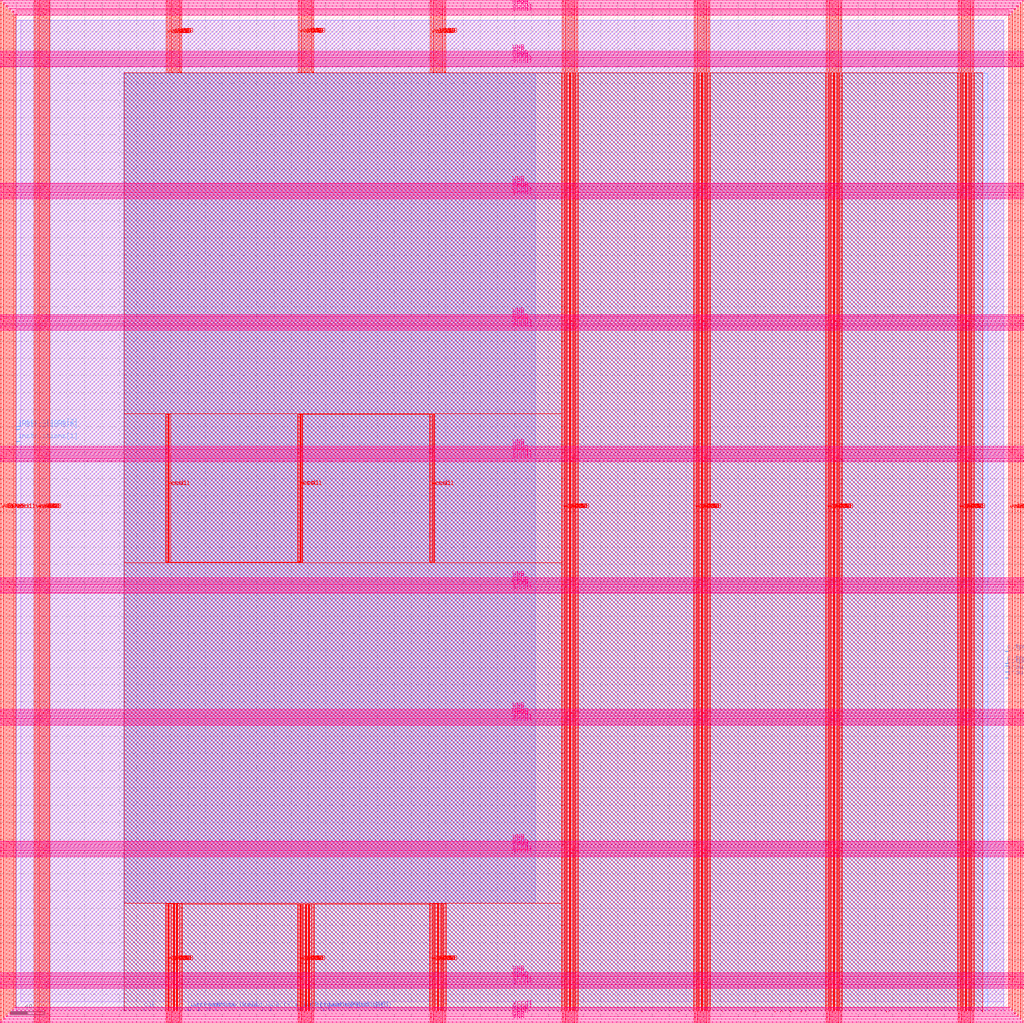
<source format=lef>
VERSION 5.7 ;
  NOWIREEXTENSIONATPIN ON ;
  DIVIDERCHAR "/" ;
  BUSBITCHARS "[]" ;
MACRO wrapper
  CLASS BLOCK ;
  FOREIGN wrapper ;
  ORIGIN 0.000 0.000 ;
  SIZE 1155.025 BY 1165.745 ;
  PIN VGND
    DIRECTION INOUT ;
    USE GROUND ;
    PORT
      LAYER met4 ;
        RECT -11.980 -6.620 -10.380 1170.780 ;
    END
    PORT
      LAYER met5 ;
        RECT -11.980 -6.620 1166.580 -5.020 ;
    END
    PORT
      LAYER met5 ;
        RECT -11.980 1169.180 1166.580 1170.780 ;
    END
    PORT
      LAYER met4 ;
        RECT 1164.980 -6.620 1166.580 1170.780 ;
    END
    PORT
      LAYER met4 ;
        RECT 30.940 -13.220 32.540 1177.380 ;
    END
    PORT
      LAYER met4 ;
        RECT 184.540 -13.220 186.140 125.020 ;
    END
    PORT
      LAYER met4 ;
        RECT 184.540 1092.480 186.140 1177.380 ;
    END
    PORT
      LAYER met4 ;
        RECT 338.140 -13.220 339.740 124.400 ;
    END
    PORT
      LAYER met4 ;
        RECT 338.140 1093.100 339.740 1177.380 ;
    END
    PORT
      LAYER met4 ;
        RECT 491.740 -13.220 493.340 125.020 ;
    END
    PORT
      LAYER met4 ;
        RECT 491.740 1093.100 493.340 1177.380 ;
    END
    PORT
      LAYER met4 ;
        RECT 645.340 -13.220 646.940 1177.380 ;
    END
    PORT
      LAYER met4 ;
        RECT 798.940 -13.220 800.540 1177.380 ;
    END
    PORT
      LAYER met4 ;
        RECT 952.540 -13.220 954.140 1177.380 ;
    END
    PORT
      LAYER met4 ;
        RECT 1106.140 -13.220 1107.740 1177.380 ;
    END
    PORT
      LAYER met5 ;
        RECT -18.580 36.630 1173.180 38.230 ;
    END
    PORT
      LAYER met5 ;
        RECT -18.580 189.810 1173.180 191.410 ;
    END
    PORT
      LAYER met5 ;
        RECT -18.580 342.990 1173.180 344.590 ;
    END
    PORT
      LAYER met5 ;
        RECT -18.580 496.170 1173.180 497.770 ;
    END
    PORT
      LAYER met5 ;
        RECT -18.580 649.350 1173.180 650.950 ;
    END
    PORT
      LAYER met5 ;
        RECT -18.580 802.530 1173.180 804.130 ;
    END
    PORT
      LAYER met5 ;
        RECT -18.580 955.710 1173.180 957.310 ;
    END
    PORT
      LAYER met5 ;
        RECT -18.580 1108.890 1173.180 1110.490 ;
    END
  END VGND
  PIN VNB
    DIRECTION INOUT ;
    USE GROUND ;
    PORT
      LAYER met4 ;
        RECT -18.580 -13.220 -16.980 1177.380 ;
    END
    PORT
      LAYER met5 ;
        RECT -18.580 -13.220 1173.180 -11.620 ;
    END
    PORT
      LAYER met5 ;
        RECT -18.580 1175.780 1173.180 1177.380 ;
    END
    PORT
      LAYER met4 ;
        RECT 1171.580 -13.220 1173.180 1177.380 ;
    END
    PORT
      LAYER met4 ;
        RECT 37.540 -13.220 39.140 1177.380 ;
    END
    PORT
      LAYER met4 ;
        RECT 191.140 -13.220 192.740 125.020 ;
    END
    PORT
      LAYER met4 ;
        RECT 191.140 1093.100 192.740 1177.380 ;
    END
    PORT
      LAYER met4 ;
        RECT 344.740 -13.220 346.340 124.400 ;
    END
    PORT
      LAYER met4 ;
        RECT 344.740 1093.100 346.340 1177.380 ;
    END
    PORT
      LAYER met4 ;
        RECT 498.340 -13.220 499.940 125.020 ;
    END
    PORT
      LAYER met4 ;
        RECT 498.340 1093.100 499.940 1177.380 ;
    END
    PORT
      LAYER met4 ;
        RECT 651.940 -13.220 653.540 1177.380 ;
    END
    PORT
      LAYER met4 ;
        RECT 805.540 -13.220 807.140 1177.380 ;
    END
    PORT
      LAYER met4 ;
        RECT 959.140 -13.220 960.740 1177.380 ;
    END
    PORT
      LAYER met4 ;
        RECT 1112.740 -13.220 1114.340 1177.380 ;
    END
    PORT
      LAYER met5 ;
        RECT -18.580 43.230 1173.180 44.830 ;
    END
    PORT
      LAYER met5 ;
        RECT -18.580 196.410 1173.180 198.010 ;
    END
    PORT
      LAYER met5 ;
        RECT -18.580 349.590 1173.180 351.190 ;
    END
    PORT
      LAYER met5 ;
        RECT -18.580 502.770 1173.180 504.370 ;
    END
    PORT
      LAYER met5 ;
        RECT -18.580 655.950 1173.180 657.550 ;
    END
    PORT
      LAYER met5 ;
        RECT -18.580 809.130 1173.180 810.730 ;
    END
    PORT
      LAYER met5 ;
        RECT -18.580 962.310 1173.180 963.910 ;
    END
    PORT
      LAYER met5 ;
        RECT -18.580 1115.490 1173.180 1117.090 ;
    END
  END VNB
  PIN VPB
    DIRECTION INOUT ;
    USE POWER ;
    PORT
      LAYER met4 ;
        RECT -15.280 -9.920 -13.680 1174.080 ;
    END
    PORT
      LAYER met5 ;
        RECT -15.280 -9.920 1169.880 -8.320 ;
    END
    PORT
      LAYER met5 ;
        RECT -15.280 1172.480 1169.880 1174.080 ;
    END
    PORT
      LAYER met4 ;
        RECT 1168.280 -9.920 1169.880 1174.080 ;
    END
    PORT
      LAYER met4 ;
        RECT 34.240 -13.220 35.840 1177.380 ;
    END
    PORT
      LAYER met4 ;
        RECT 187.840 -13.220 189.440 125.020 ;
    END
    PORT
      LAYER met4 ;
        RECT 187.840 1093.100 189.440 1177.380 ;
    END
    PORT
      LAYER met4 ;
        RECT 341.440 -13.220 343.040 124.400 ;
    END
    PORT
      LAYER met4 ;
        RECT 341.440 1092.480 343.040 1177.380 ;
    END
    PORT
      LAYER met4 ;
        RECT 495.040 -13.220 496.640 125.020 ;
    END
    PORT
      LAYER met4 ;
        RECT 495.040 1092.480 496.640 1177.380 ;
    END
    PORT
      LAYER met4 ;
        RECT 648.640 -13.220 650.240 1177.380 ;
    END
    PORT
      LAYER met4 ;
        RECT 802.240 -13.220 803.840 1177.380 ;
    END
    PORT
      LAYER met4 ;
        RECT 955.840 -13.220 957.440 1177.380 ;
    END
    PORT
      LAYER met4 ;
        RECT 1109.440 -13.220 1111.040 1177.380 ;
    END
    PORT
      LAYER met5 ;
        RECT -18.580 39.930 1173.180 41.530 ;
    END
    PORT
      LAYER met5 ;
        RECT -18.580 193.110 1173.180 194.710 ;
    END
    PORT
      LAYER met5 ;
        RECT -18.580 346.290 1173.180 347.890 ;
    END
    PORT
      LAYER met5 ;
        RECT -18.580 499.470 1173.180 501.070 ;
    END
    PORT
      LAYER met5 ;
        RECT -18.580 652.650 1173.180 654.250 ;
    END
    PORT
      LAYER met5 ;
        RECT -18.580 805.830 1173.180 807.430 ;
    END
    PORT
      LAYER met5 ;
        RECT -18.580 959.010 1173.180 960.610 ;
    END
    PORT
      LAYER met5 ;
        RECT -18.580 1112.190 1173.180 1113.790 ;
    END
  END VPB
  PIN VPWR
    DIRECTION INOUT ;
    USE POWER ;
    PORT
      LAYER met4 ;
        RECT -8.680 -3.320 -7.080 1167.480 ;
    END
    PORT
      LAYER met5 ;
        RECT -8.680 -3.320 1163.280 -1.720 ;
    END
    PORT
      LAYER met5 ;
        RECT -8.680 1165.880 1163.280 1167.480 ;
    END
    PORT
      LAYER met4 ;
        RECT 1161.680 -3.320 1163.280 1167.480 ;
    END
    PORT
      LAYER met4 ;
        RECT 27.640 -13.220 29.240 1177.380 ;
    END
    PORT
      LAYER met4 ;
        RECT 181.240 -13.220 182.840 125.020 ;
    END
    PORT
      LAYER met4 ;
        RECT 181.240 1092.480 182.840 1177.380 ;
    END
    PORT
      LAYER met4 ;
        RECT 334.840 -13.220 336.440 124.400 ;
    END
    PORT
      LAYER met4 ;
        RECT 334.840 1093.100 336.440 1177.380 ;
    END
    PORT
      LAYER met4 ;
        RECT 488.440 -13.220 490.040 125.020 ;
    END
    PORT
      LAYER met4 ;
        RECT 488.440 1092.480 490.040 1177.380 ;
    END
    PORT
      LAYER met4 ;
        RECT 642.040 -13.220 643.640 1177.380 ;
    END
    PORT
      LAYER met4 ;
        RECT 795.640 -13.220 797.240 1177.380 ;
    END
    PORT
      LAYER met4 ;
        RECT 949.240 -13.220 950.840 1177.380 ;
    END
    PORT
      LAYER met4 ;
        RECT 1102.840 -13.220 1104.440 1177.380 ;
    END
    PORT
      LAYER met5 ;
        RECT -18.580 33.330 1173.180 34.930 ;
    END
    PORT
      LAYER met5 ;
        RECT -18.580 186.510 1173.180 188.110 ;
    END
    PORT
      LAYER met5 ;
        RECT -18.580 339.690 1173.180 341.290 ;
    END
    PORT
      LAYER met5 ;
        RECT -18.580 492.870 1173.180 494.470 ;
    END
    PORT
      LAYER met5 ;
        RECT -18.580 646.050 1173.180 647.650 ;
    END
    PORT
      LAYER met5 ;
        RECT -18.580 799.230 1173.180 800.830 ;
    END
    PORT
      LAYER met5 ;
        RECT -18.580 952.410 1173.180 954.010 ;
    END
    PORT
      LAYER met5 ;
        RECT -18.580 1105.590 1173.180 1107.190 ;
    END
  END VPWR
  PIN clk
    DIRECTION INPUT ;
    USE SIGNAL ;
    PORT
      LAYER met2 ;
        RECT 148.210 0.000 148.490 4.000 ;
    END
  END clk
  PIN input_gpio_pins[0]
    DIRECTION INPUT ;
    USE SIGNAL ;
    PORT
      LAYER met3 ;
        RECT 1151.025 387.640 1155.025 388.240 ;
    END
  END input_gpio_pins[0]
  PIN input_gpio_pins[1]
    DIRECTION INPUT ;
    USE SIGNAL ;
    PORT
      LAYER met3 ;
        RECT 1151.025 394.440 1155.025 395.040 ;
    END
  END input_gpio_pins[1]
  PIN instructions[0]
    DIRECTION OUTPUT TRISTATE ;
    USE SIGNAL ;
    PORT
      LAYER met3 ;
        RECT 0.000 676.640 4.000 677.240 ;
    END
  END instructions[0]
  PIN instructions[1]
    DIRECTION OUTPUT TRISTATE ;
    USE SIGNAL ;
    PORT
      LAYER met3 ;
        RECT 0.000 663.040 4.000 663.640 ;
    END
  END instructions[1]
  PIN instructions[2]
    DIRECTION OUTPUT TRISTATE ;
    USE SIGNAL ;
    PORT
      LAYER met3 ;
        RECT 0.000 680.040 4.000 680.640 ;
    END
  END instructions[2]
  PIN output_gpio_pins[0]
    DIRECTION OUTPUT TRISTATE ;
    USE SIGNAL ;
    PORT
      LAYER met3 ;
        RECT 1151.025 404.640 1155.025 405.240 ;
    END
  END output_gpio_pins[0]
  PIN output_gpio_pins[1]
    DIRECTION OUTPUT TRISTATE ;
    USE SIGNAL ;
    PORT
      LAYER met3 ;
        RECT 1151.025 401.240 1155.025 401.840 ;
    END
  END output_gpio_pins[1]
  PIN output_gpio_pins[2]
    DIRECTION OUTPUT TRISTATE ;
    USE SIGNAL ;
    PORT
      LAYER met3 ;
        RECT 1151.025 418.240 1155.025 418.840 ;
    END
  END output_gpio_pins[2]
  PIN resetn
    DIRECTION INPUT ;
    USE SIGNAL ;
    PORT
      LAYER met2 ;
        RECT 212.610 0.000 212.890 4.000 ;
    END
  END resetn
  PIN uart_rx_break
    DIRECTION OUTPUT TRISTATE ;
    USE SIGNAL ;
    PORT
      LAYER met2 ;
        RECT 222.270 0.000 222.550 4.000 ;
    END
  END uart_rx_break
  PIN uart_rx_data[0]
    DIRECTION OUTPUT TRISTATE ;
    USE SIGNAL ;
    PORT
      LAYER met2 ;
        RECT 331.750 0.000 332.030 4.000 ;
    END
  END uart_rx_data[0]
  PIN uart_rx_data[1]
    DIRECTION OUTPUT TRISTATE ;
    USE SIGNAL ;
    PORT
      LAYER met2 ;
        RECT 296.330 0.000 296.610 4.000 ;
    END
  END uart_rx_data[1]
  PIN uart_rx_data[2]
    DIRECTION OUTPUT TRISTATE ;
    USE SIGNAL ;
    PORT
      LAYER met2 ;
        RECT 328.530 0.000 328.810 4.000 ;
    END
  END uart_rx_data[2]
  PIN uart_rx_data[3]
    DIRECTION OUTPUT TRISTATE ;
    USE SIGNAL ;
    PORT
      LAYER met2 ;
        RECT 286.670 0.000 286.950 4.000 ;
    END
  END uart_rx_data[3]
  PIN uart_rx_data[4]
    DIRECTION OUTPUT TRISTATE ;
    USE SIGNAL ;
    PORT
      LAYER met2 ;
        RECT 360.730 0.000 361.010 4.000 ;
    END
  END uart_rx_data[4]
  PIN uart_rx_data[5]
    DIRECTION OUTPUT TRISTATE ;
    USE SIGNAL ;
    PORT
      LAYER met2 ;
        RECT 367.170 0.000 367.450 4.000 ;
    END
  END uart_rx_data[5]
  PIN uart_rx_data[6]
    DIRECTION OUTPUT TRISTATE ;
    USE SIGNAL ;
    PORT
      LAYER met2 ;
        RECT 363.950 0.000 364.230 4.000 ;
    END
  END uart_rx_data[6]
  PIN uart_rx_data[7]
    DIRECTION OUTPUT TRISTATE ;
    USE SIGNAL ;
    PORT
      LAYER met2 ;
        RECT 357.510 0.000 357.790 4.000 ;
    END
  END uart_rx_data[7]
  PIN uart_rx_en
    DIRECTION INPUT ;
    USE SIGNAL ;
    PORT
      LAYER met2 ;
        RECT 202.950 0.000 203.230 4.000 ;
    END
  END uart_rx_en
  PIN uart_rx_valid
    DIRECTION OUTPUT TRISTATE ;
    USE SIGNAL ;
    PORT
      LAYER met2 ;
        RECT 225.490 0.000 225.770 4.000 ;
    END
  END uart_rx_valid
  PIN uart_rxd
    DIRECTION INPUT ;
    USE SIGNAL ;
    PORT
      LAYER met2 ;
        RECT 199.730 0.000 200.010 4.000 ;
    END
  END uart_rxd
  PIN vccd1
    DIRECTION INOUT ;
    USE POWER ;
    PORT
      LAYER met4 ;
        RECT -2.080 3.280 -0.480 1160.880 ;
    END
    PORT
      LAYER met5 ;
        RECT -2.080 3.280 1156.680 4.880 ;
    END
    PORT
      LAYER met5 ;
        RECT -2.080 1159.280 1156.680 1160.880 ;
    END
    PORT
      LAYER met4 ;
        RECT 1155.080 3.280 1156.680 1160.880 ;
    END
    PORT
      LAYER met4 ;
        RECT 21.040 -13.220 22.640 1177.380 ;
    END
    PORT
      LAYER met4 ;
        RECT 174.640 -13.220 176.240 125.020 ;
    END
    PORT
      LAYER met4 ;
        RECT 174.640 522.480 176.240 695.020 ;
    END
    PORT
      LAYER met4 ;
        RECT 174.640 1092.480 176.240 1177.380 ;
    END
    PORT
      LAYER met4 ;
        RECT 328.240 -13.220 329.840 124.400 ;
    END
    PORT
      LAYER met4 ;
        RECT 328.240 523.100 329.840 695.020 ;
    END
    PORT
      LAYER met4 ;
        RECT 328.240 1093.100 329.840 1177.380 ;
    END
    PORT
      LAYER met4 ;
        RECT 481.840 -13.220 483.440 125.020 ;
    END
    PORT
      LAYER met4 ;
        RECT 481.840 522.480 483.440 695.020 ;
    END
    PORT
      LAYER met4 ;
        RECT 481.840 1092.480 483.440 1177.380 ;
    END
    PORT
      LAYER met4 ;
        RECT 635.440 -13.220 637.040 1177.380 ;
    END
    PORT
      LAYER met4 ;
        RECT 789.040 -13.220 790.640 1177.380 ;
    END
    PORT
      LAYER met4 ;
        RECT 942.640 -13.220 944.240 1177.380 ;
    END
    PORT
      LAYER met4 ;
        RECT 1096.240 -13.220 1097.840 1177.380 ;
    END
    PORT
      LAYER met5 ;
        RECT -18.580 26.730 1173.180 28.330 ;
    END
    PORT
      LAYER met5 ;
        RECT -18.580 179.910 1173.180 181.510 ;
    END
    PORT
      LAYER met5 ;
        RECT -18.580 333.090 1173.180 334.690 ;
    END
    PORT
      LAYER met5 ;
        RECT -18.580 486.270 1173.180 487.870 ;
    END
    PORT
      LAYER met5 ;
        RECT -18.580 639.450 1173.180 641.050 ;
    END
    PORT
      LAYER met5 ;
        RECT -18.580 792.630 1173.180 794.230 ;
    END
    PORT
      LAYER met5 ;
        RECT -18.580 945.810 1173.180 947.410 ;
    END
    PORT
      LAYER met5 ;
        RECT -18.580 1098.990 1173.180 1100.590 ;
    END
  END vccd1
  PIN vssd1
    DIRECTION INOUT ;
    USE GROUND ;
    PORT
      LAYER met4 ;
        RECT -5.380 -0.020 -3.780 1164.180 ;
    END
    PORT
      LAYER met5 ;
        RECT -5.380 -0.020 1159.980 1.580 ;
    END
    PORT
      LAYER met5 ;
        RECT -5.380 1162.580 1159.980 1164.180 ;
    END
    PORT
      LAYER met4 ;
        RECT 1158.380 -0.020 1159.980 1164.180 ;
    END
    PORT
      LAYER met4 ;
        RECT 24.340 -13.220 25.940 1177.380 ;
    END
    PORT
      LAYER met4 ;
        RECT 177.940 -13.220 179.540 125.020 ;
    END
    PORT
      LAYER met4 ;
        RECT 177.940 522.480 179.540 695.020 ;
    END
    PORT
      LAYER met4 ;
        RECT 177.940 1092.480 179.540 1177.380 ;
    END
    PORT
      LAYER met4 ;
        RECT 331.540 -13.220 333.140 124.400 ;
    END
    PORT
      LAYER met4 ;
        RECT 331.540 522.480 333.140 694.400 ;
    END
    PORT
      LAYER met4 ;
        RECT 331.540 1093.100 333.140 1177.380 ;
    END
    PORT
      LAYER met4 ;
        RECT 485.140 -13.220 486.740 125.020 ;
    END
    PORT
      LAYER met4 ;
        RECT 485.140 522.480 486.740 695.020 ;
    END
    PORT
      LAYER met4 ;
        RECT 485.140 1093.100 486.740 1177.380 ;
    END
    PORT
      LAYER met4 ;
        RECT 638.740 -13.220 640.340 1177.380 ;
    END
    PORT
      LAYER met4 ;
        RECT 792.340 -13.220 793.940 1177.380 ;
    END
    PORT
      LAYER met4 ;
        RECT 945.940 -13.220 947.540 1177.380 ;
    END
    PORT
      LAYER met4 ;
        RECT 1099.540 -13.220 1101.140 1177.380 ;
    END
    PORT
      LAYER met5 ;
        RECT -18.580 30.030 1173.180 31.630 ;
    END
    PORT
      LAYER met5 ;
        RECT -18.580 183.210 1173.180 184.810 ;
    END
    PORT
      LAYER met5 ;
        RECT -18.580 336.390 1173.180 337.990 ;
    END
    PORT
      LAYER met5 ;
        RECT -18.580 489.570 1173.180 491.170 ;
    END
    PORT
      LAYER met5 ;
        RECT -18.580 642.750 1173.180 644.350 ;
    END
    PORT
      LAYER met5 ;
        RECT -18.580 795.930 1173.180 797.530 ;
    END
    PORT
      LAYER met5 ;
        RECT -18.580 949.110 1173.180 950.710 ;
    END
    PORT
      LAYER met5 ;
        RECT -18.580 1102.290 1173.180 1103.890 ;
    END
  END vssd1
  PIN write_done
    DIRECTION OUTPUT TRISTATE ;
    USE SIGNAL ;
    PORT
      LAYER met2 ;
        RECT 231.930 0.000 232.210 4.000 ;
    END
  END write_done
  OBS
      LAYER li1 ;
        RECT 5.520 10.795 1149.080 1153.365 ;
      LAYER met1 ;
        RECT 0.000 0.000 1149.080 1153.520 ;
        RECT 0.000 -0.070 0.345 0.000 ;
        RECT 168.590 -0.070 168.845 0.000 ;
        RECT 179.320 -0.070 179.630 0.000 ;
        RECT 193.430 -0.070 193.675 0.000 ;
        RECT 207.335 -0.070 207.690 0.000 ;
        RECT 217.030 -0.070 217.350 0.000 ;
        RECT 223.790 -0.070 224.045 0.000 ;
        RECT 224.710 -0.070 225.065 0.000 ;
        RECT 227.470 -0.070 227.780 0.000 ;
        RECT 231.150 -0.070 231.455 0.000 ;
        RECT 232.070 -0.070 232.380 0.000 ;
        RECT 232.530 -0.070 232.990 0.000 ;
        RECT 237.590 -0.070 237.845 0.000 ;
        RECT 255.175 -0.070 255.555 0.000 ;
        RECT 267.490 -0.070 267.795 0.000 ;
        RECT 271.780 -0.070 272.090 0.000 ;
        RECT 284.970 -0.070 285.280 0.000 ;
        RECT 288.295 -0.070 288.650 0.000 ;
        RECT 290.490 -0.070 291.410 0.000 ;
        RECT 291.560 -0.070 291.870 0.000 ;
        RECT 303.935 -0.070 304.290 0.000 ;
        RECT 311.340 -0.070 311.650 0.000 ;
        RECT 312.750 -0.070 313.075 0.000 ;
        RECT 331.890 -0.070 332.245 0.000 ;
        RECT 333.730 -0.070 333.985 0.000 ;
        RECT 335.215 -0.070 335.570 0.000 ;
        RECT 336.595 -0.070 337.205 0.000 ;
        RECT 343.080 -0.070 343.390 0.000 ;
        RECT 352.695 -0.070 353.050 0.000 ;
        RECT 354.535 -0.070 354.890 0.000 ;
        RECT 363.170 -0.070 363.495 0.000 ;
        RECT 365.470 -0.070 365.930 0.000 ;
        RECT 372.370 -0.070 372.695 0.000 ;
        RECT 373.750 -0.070 374.100 0.000 ;
        RECT 381.215 -0.070 381.570 0.000 ;
        RECT 385.250 -0.070 385.565 0.000 ;
        RECT 393.175 -0.070 393.530 0.000 ;
        RECT 396.890 -0.070 397.210 0.000 ;
        RECT 405.595 -0.070 406.205 0.000 ;
        RECT 406.410 -0.070 406.735 0.000 ;
        RECT 411.470 -0.070 411.825 0.000 ;
        RECT 416.175 -0.070 416.530 0.000 ;
        RECT 418.370 -0.070 418.690 0.000 ;
        RECT 419.290 -0.070 419.630 0.000 ;
        RECT 428.490 -0.070 428.845 0.000 ;
        RECT 429.410 -0.070 429.665 0.000 ;
        RECT 429.870 -0.070 430.195 0.000 ;
        RECT 434.930 -0.070 435.185 0.000 ;
        RECT 439.655 -0.070 439.990 0.000 ;
        RECT 441.935 -0.070 442.750 0.000 ;
        RECT 443.670 -0.070 443.925 0.000 ;
        RECT 445.660 -0.070 445.970 0.000 ;
        RECT 448.730 -0.070 449.085 0.000 ;
        RECT 449.650 -0.070 450.110 0.000 ;
        RECT 451.030 -0.070 451.355 0.000 ;
        RECT 455.780 -0.070 456.090 0.000 ;
        RECT 457.575 -0.070 457.930 0.000 ;
        RECT 458.390 -0.070 458.735 0.000 ;
        RECT 464.370 -0.070 464.625 0.000 ;
        RECT 470.915 -0.070 471.270 0.000 ;
        RECT 483.230 -0.070 483.550 0.000 ;
        RECT 485.070 -0.070 485.530 0.000 ;
        RECT 489.210 -0.070 489.670 0.000 ;
        RECT 501.170 -0.070 501.425 0.000 ;
        RECT 504.035 -0.070 504.850 0.000 ;
        RECT 507.610 -0.070 507.955 0.000 ;
        RECT 512.820 -0.070 513.130 0.000 ;
        RECT 526.470 -0.070 526.820 0.000 ;
        RECT 528.875 -0.070 529.230 0.000 ;
        RECT 531.530 -0.070 531.990 0.000 ;
        RECT 533.830 -0.070 534.145 0.000 ;
        RECT 534.750 -0.070 535.065 0.000 ;
        RECT 535.670 -0.070 535.985 0.000 ;
        RECT 538.430 -0.070 538.685 0.000 ;
        RECT 538.995 -0.070 539.605 0.000 ;
        RECT 543.030 -0.070 543.385 0.000 ;
        RECT 545.100 -0.070 545.355 0.000 ;
        RECT 545.435 -0.070 546.045 0.000 ;
        RECT 546.250 -0.070 546.605 0.000 ;
        RECT 547.630 -0.070 547.885 0.000 ;
        RECT 548.240 -0.070 548.550 0.000 ;
        RECT 556.520 -0.070 556.830 0.000 ;
        RECT 558.210 -0.070 558.465 0.000 ;
        RECT 568.440 -0.070 568.790 0.000 ;
        RECT 571.090 -0.070 571.445 0.000 ;
        RECT 572.575 -0.070 572.930 0.000 ;
        RECT 580.855 -0.070 581.465 0.000 ;
        RECT 583.050 -0.070 583.395 0.000 ;
        RECT 585.810 -0.070 586.065 0.000 ;
        RECT 586.865 -0.070 587.190 0.000 ;
        RECT 600.070 -0.070 600.420 0.000 ;
        RECT 610.650 -0.070 611.000 0.000 ;
        RECT 615.250 -0.070 615.505 0.000 ;
        RECT 617.550 -0.070 617.805 0.000 ;
        RECT 618.160 -0.070 618.470 0.000 ;
        RECT 620.000 -0.070 620.565 0.000 ;
        RECT 620.920 -0.070 621.230 0.000 ;
        RECT 629.510 -0.070 629.855 0.000 ;
        RECT 631.455 -0.070 631.810 0.000 ;
        RECT 635.135 -0.070 635.745 0.000 ;
        RECT 637.790 -0.070 638.045 0.000 ;
        RECT 641.010 -0.070 641.265 0.000 ;
        RECT 641.575 -0.070 641.955 0.000 ;
        RECT 645.715 -0.070 646.070 0.000 ;
        RECT 646.990 -0.070 647.245 0.000 ;
        RECT 651.245 -0.070 651.590 0.000 ;
        RECT 660.940 -0.070 661.250 0.000 ;
        RECT 664.050 -0.070 664.365 0.000 ;
        RECT 668.610 -0.070 668.925 0.000 ;
        RECT 676.295 -0.070 676.430 0.000 ;
        RECT 676.570 -0.070 676.890 0.000 ;
        RECT 677.350 -0.070 677.605 0.000 ;
        RECT 680.110 -0.070 680.430 0.000 ;
        RECT 681.030 -0.070 681.285 0.000 ;
        RECT 686.550 -0.070 686.865 0.000 ;
        RECT 687.010 -0.070 687.335 0.000 ;
        RECT 689.875 -0.070 690.255 0.000 ;
        RECT 690.335 -0.070 690.690 0.000 ;
        RECT 692.530 -0.070 692.785 0.000 ;
        RECT 693.555 -0.070 694.235 0.000 ;
        RECT 694.370 -0.070 694.680 0.000 ;
        RECT 695.440 -0.070 695.750 0.000 ;
        RECT 695.900 -0.070 696.210 0.000 ;
        RECT 697.280 -0.070 697.590 0.000 ;
        RECT 697.740 -0.070 698.050 0.000 ;
        RECT 699.890 -0.070 700.145 0.000 ;
        RECT 701.270 -0.070 701.525 0.000 ;
        RECT 701.880 -0.070 702.190 0.000 ;
        RECT 705.560 -0.070 705.870 0.000 ;
        RECT 707.860 -0.070 708.170 0.000 ;
        RECT 709.550 -0.070 709.860 0.000 ;
        RECT 711.035 -0.070 711.390 0.000 ;
        RECT 711.850 -0.070 712.160 0.000 ;
        RECT 714.150 -0.070 714.405 0.000 ;
        RECT 714.760 -0.070 715.070 0.000 ;
        RECT 716.140 -0.070 716.450 0.000 ;
        RECT 716.600 -0.070 716.910 0.000 ;
        RECT 717.980 -0.070 718.290 0.000 ;
        RECT 721.650 -0.070 722.225 0.000 ;
        RECT 723.810 -0.070 724.270 0.000 ;
        RECT 724.835 -0.070 725.445 0.000 ;
        RECT 726.570 -0.070 726.825 0.000 ;
        RECT 727.950 -0.070 728.260 0.000 ;
        RECT 728.975 -0.070 729.330 0.000 ;
        RECT 729.435 -0.070 729.790 0.000 ;
        RECT 732.090 -0.070 732.445 0.000 ;
        RECT 733.010 -0.070 733.265 0.000 ;
        RECT 735.770 -0.070 736.095 0.000 ;
        RECT 736.885 -0.070 737.195 0.000 ;
        RECT 738.530 -0.070 738.785 0.000 ;
        RECT 739.450 -0.070 739.705 0.000 ;
        RECT 741.395 -0.070 741.750 0.000 ;
        RECT 742.315 -0.070 742.670 0.000 ;
        RECT 742.775 -0.070 743.130 0.000 ;
        RECT 743.725 -0.070 744.050 0.000 ;
        RECT 746.350 -0.070 746.605 0.000 ;
        RECT 746.810 -0.070 747.120 0.000 ;
        RECT 749.110 -0.070 749.420 0.000 ;
        RECT 750.640 -0.070 750.950 0.000 ;
        RECT 755.550 -0.070 756.010 0.000 ;
        RECT 757.850 -0.070 758.105 0.000 ;
        RECT 758.310 -0.070 758.635 0.000 ;
        RECT 758.875 -0.070 759.230 0.000 ;
        RECT 759.690 -0.070 760.150 0.000 ;
        RECT 766.235 -0.070 766.590 0.000 ;
        RECT 767.155 -0.070 767.510 0.000 ;
        RECT 768.120 -0.070 768.430 0.000 ;
        RECT 768.580 -0.070 768.890 0.000 ;
        RECT 770.420 -0.070 770.730 0.000 ;
        RECT 773.180 -0.070 773.490 0.000 ;
        RECT 773.595 -0.070 774.410 0.000 ;
        RECT 774.515 -0.070 775.225 0.000 ;
        RECT 776.815 -0.070 777.170 0.000 ;
        RECT 779.930 -0.070 780.185 0.000 ;
        RECT 781.415 -0.070 782.025 0.000 ;
        RECT 782.230 -0.070 782.545 0.000 ;
        RECT 787.290 -0.070 787.545 0.000 ;
        RECT 788.315 -0.070 788.670 0.000 ;
        RECT 789.590 -0.070 789.900 0.000 ;
        RECT 790.970 -0.070 791.225 0.000 ;
        RECT 791.995 -0.070 792.350 0.000 ;
        RECT 792.915 -0.070 793.270 0.000 ;
        RECT 794.650 -0.070 794.905 0.000 ;
        RECT 796.640 -0.070 796.950 0.000 ;
        RECT 797.100 -0.070 797.440 0.000 ;
        RECT 801.550 -0.070 801.860 0.000 ;
        RECT 802.165 -0.070 802.470 0.000 ;
        RECT 804.415 -0.070 804.770 0.000 ;
        RECT 805.335 -0.070 805.690 0.000 ;
        RECT 805.840 -0.070 806.150 0.000 ;
        RECT 810.855 -0.070 811.530 0.000 ;
        RECT 815.350 -0.070 815.675 0.000 ;
        RECT 817.755 -0.070 818.110 0.000 ;
        RECT 819.210 -0.070 819.535 0.000 ;
        RECT 820.975 -0.070 821.585 0.000 ;
        RECT 822.710 -0.070 823.170 0.000 ;
        RECT 823.295 -0.070 823.630 0.000 ;
        RECT 824.240 -0.070 824.775 0.000 ;
        RECT 824.780 -0.070 825.035 0.000 ;
        RECT 828.690 -0.070 829.000 0.000 ;
        RECT 831.095 -0.070 831.450 0.000 ;
        RECT 832.370 -0.070 832.625 0.000 ;
        RECT 832.980 -0.070 833.290 0.000 ;
        RECT 833.750 -0.070 834.210 0.000 ;
        RECT 834.565 -0.070 835.130 0.000 ;
        RECT 835.590 -0.070 835.945 0.000 ;
        RECT 836.650 -0.070 836.970 0.000 ;
        RECT 837.110 -0.070 837.890 0.000 ;
        RECT 838.350 -0.070 838.605 0.000 ;
        RECT 843.055 -0.070 843.410 0.000 ;
        RECT 843.975 -0.070 844.330 0.000 ;
        RECT 846.320 -0.070 846.630 0.000 ;
        RECT 852.610 -0.070 852.930 0.000 ;
        RECT 855.985 -0.070 856.600 0.000 ;
        RECT 857.210 -0.070 857.520 0.000 ;
        RECT 859.050 -0.070 859.360 0.000 ;
        RECT 861.500 -0.070 862.730 0.000 ;
        RECT 864.570 -0.070 864.925 0.000 ;
        RECT 865.640 -0.070 866.260 0.000 ;
        RECT 867.790 -0.070 868.045 0.000 ;
        RECT 869.630 -0.070 870.090 0.000 ;
        RECT 870.195 -0.070 870.550 0.000 ;
        RECT 871.115 -0.070 871.470 0.000 ;
        RECT 872.035 -0.070 872.715 0.000 ;
        RECT 875.150 -0.070 875.465 0.000 ;
        RECT 876.220 -0.070 877.345 0.000 ;
        RECT 877.450 -0.070 877.705 0.000 ;
        RECT 878.370 -0.070 878.625 0.000 ;
        RECT 879.750 -0.070 880.465 0.000 ;
        RECT 881.130 -0.070 881.440 0.000 ;
        RECT 882.970 -0.070 883.325 0.000 ;
        RECT 883.430 -0.070 883.730 0.000 ;
        RECT 884.350 -0.070 884.705 0.000 ;
        RECT 884.810 -0.070 885.270 0.000 ;
        RECT 885.730 -0.070 885.985 0.000 ;
        RECT 886.650 -0.070 887.005 0.000 ;
        RECT 887.570 -0.070 887.825 0.000 ;
        RECT 888.640 -0.070 888.950 0.000 ;
        RECT 890.330 -0.070 890.585 0.000 ;
        RECT 891.250 -0.070 891.815 0.000 ;
        RECT 895.265 -0.070 895.620 0.000 ;
        RECT 895.880 -0.070 896.205 0.000 ;
        RECT 901.475 -0.070 901.830 0.000 ;
        RECT 902.290 -0.070 902.615 0.000 ;
        RECT 902.855 -0.070 903.465 0.000 ;
        RECT 903.775 -0.070 904.130 0.000 ;
        RECT 908.420 -0.070 909.040 0.000 ;
        RECT 911.135 -0.070 911.490 0.000 ;
        RECT 911.950 -0.070 912.205 0.000 ;
        RECT 915.275 -0.070 915.630 0.000 ;
        RECT 916.090 -0.070 916.345 0.000 ;
        RECT 916.550 -0.070 916.805 0.000 ;
        RECT 917.575 -0.070 917.930 0.000 ;
        RECT 918.530 -0.070 919.310 0.000 ;
        RECT 919.670 -0.070 920.485 0.000 ;
        RECT 921.255 -0.070 921.610 0.000 ;
        RECT 921.715 -0.070 922.070 0.000 ;
        RECT 922.220 -0.070 922.530 0.000 ;
        RECT 922.635 -0.070 923.345 0.000 ;
        RECT 923.555 -0.070 924.165 0.000 ;
        RECT 926.315 -0.070 926.670 0.000 ;
        RECT 928.510 -0.070 928.765 0.000 ;
        RECT 929.430 -0.070 929.745 0.000 ;
        RECT 930.500 -0.070 930.810 0.000 ;
        RECT 931.375 -0.070 931.755 0.000 ;
        RECT 931.835 -0.070 932.545 0.000 ;
        RECT 933.570 -0.070 933.925 0.000 ;
        RECT 934.030 -0.070 934.355 0.000 ;
        RECT 934.950 -0.070 935.205 0.000 ;
        RECT 935.515 -0.070 935.870 0.000 ;
        RECT 936.330 -0.070 936.645 0.000 ;
        RECT 937.250 -0.070 937.505 0.000 ;
        RECT 937.815 -0.070 938.170 0.000 ;
        RECT 939.090 -0.070 939.400 0.000 ;
        RECT 939.550 -0.070 939.895 0.000 ;
        RECT 940.010 -0.070 940.265 0.000 ;
        RECT 940.930 -0.070 941.245 0.000 ;
        RECT 943.690 -0.070 944.000 0.000 ;
        RECT 945.530 -0.070 945.990 0.000 ;
        RECT 946.450 -0.070 946.765 0.000 ;
        RECT 947.830 -0.070 948.085 0.000 ;
        RECT 951.970 -0.070 952.280 0.000 ;
        RECT 953.350 -0.070 953.660 0.000 ;
        RECT 954.270 -0.070 954.580 0.000 ;
        RECT 956.110 -0.070 956.420 0.000 ;
        RECT 956.720 -0.070 957.030 0.000 ;
        RECT 960.250 -0.070 960.575 0.000 ;
        RECT 964.850 -0.070 965.160 0.000 ;
        RECT 965.310 -0.070 965.565 0.000 ;
        RECT 966.840 -0.070 967.405 0.000 ;
        RECT 968.070 -0.070 968.990 0.000 ;
        RECT 969.140 -0.070 969.450 0.000 ;
        RECT 970.015 -0.070 970.725 0.000 ;
        RECT 972.775 -0.070 973.130 0.000 ;
        RECT 973.280 -0.070 973.845 0.000 ;
        RECT 974.155 -0.070 974.510 0.000 ;
        RECT 975.075 -0.070 975.430 0.000 ;
        RECT 975.995 -0.070 976.350 0.000 ;
        RECT 977.730 -0.070 978.535 0.000 ;
        RECT 980.135 -0.070 980.950 0.000 ;
        RECT 981.055 -0.070 981.410 0.000 ;
        RECT 983.285 -0.070 983.610 0.000 ;
        RECT 984.170 -0.070 985.090 0.000 ;
        RECT 985.240 -0.070 985.860 0.000 ;
        RECT 986.620 -0.070 986.930 0.000 ;
        RECT 987.955 -0.070 988.890 0.000 ;
        RECT 992.910 -0.070 993.265 0.000 ;
        RECT 993.520 -0.070 993.830 0.000 ;
        RECT 993.925 -0.070 994.290 0.000 ;
        RECT 994.900 -0.070 995.210 0.000 ;
        RECT 996.695 -0.070 997.050 0.000 ;
        RECT 998.535 -0.070 998.890 0.000 ;
        RECT 1001.170 -0.070 1001.495 0.000 ;
        RECT 1002.215 -0.070 1002.570 0.000 ;
        RECT 1005.195 -0.070 1005.560 0.000 ;
        RECT 1006.815 -0.070 1007.170 0.000 ;
        RECT 1008.090 -0.070 1008.400 0.000 ;
        RECT 1009.610 -0.070 1010.185 0.000 ;
        RECT 1011.310 -0.070 1011.620 0.000 ;
        RECT 1012.335 -0.070 1012.690 0.000 ;
        RECT 1012.795 -0.070 1013.150 0.000 ;
        RECT 1013.715 -0.070 1014.070 0.000 ;
        RECT 1014.175 -0.070 1014.990 0.000 ;
        RECT 1015.095 -0.070 1015.450 0.000 ;
        RECT 1015.455 -0.070 1016.220 0.000 ;
        RECT 1016.935 -0.070 1017.290 0.000 ;
        RECT 1018.350 -0.070 1019.025 0.000 ;
        RECT 1019.280 -0.070 1019.845 0.000 ;
        RECT 1020.970 -0.070 1021.295 0.000 ;
        RECT 1021.430 -0.070 1021.740 0.000 ;
        RECT 1022.455 -0.070 1022.810 0.000 ;
        RECT 1023.500 -0.070 1023.755 0.000 ;
        RECT 1024.190 -0.070 1024.445 0.000 ;
        RECT 1025.110 -0.070 1025.420 0.000 ;
        RECT 1026.135 -0.070 1026.695 0.000 ;
        RECT 1026.950 -0.070 1027.275 0.000 ;
        RECT 1028.330 -0.070 1028.640 0.000 ;
        RECT 1030.170 -0.070 1030.480 0.000 ;
        RECT 1032.470 -0.070 1032.780 0.000 ;
        RECT 1033.080 -0.070 1033.390 0.000 ;
        RECT 1033.850 -0.070 1034.105 0.000 ;
        RECT 1035.795 -0.070 1036.150 0.000 ;
        RECT 1037.530 -0.070 1037.840 0.000 ;
        RECT 1038.910 -0.070 1039.220 0.000 ;
        RECT 1041.820 -0.070 1042.130 0.000 ;
        RECT 1044.535 -0.070 1044.890 0.000 ;
        RECT 1045.040 -0.070 1045.350 0.000 ;
        RECT 1046.880 -0.070 1047.500 0.000 ;
        RECT 1048.110 -0.070 1048.570 0.000 ;
        RECT 1049.950 -0.070 1050.205 0.000 ;
        RECT 1053.780 -0.070 1054.395 0.000 ;
        RECT 1056.035 -0.070 1056.645 0.000 ;
        RECT 1058.335 -0.070 1058.690 0.000 ;
        RECT 1060.990 -0.070 1061.345 0.000 ;
        RECT 1061.555 -0.070 1061.910 0.000 ;
        RECT 1062.600 -0.070 1062.855 0.000 ;
        RECT 1062.985 -0.070 1063.290 0.000 ;
        RECT 1064.315 -0.070 1064.670 0.000 ;
        RECT 1064.775 -0.070 1065.130 0.000 ;
        RECT 1065.590 -0.070 1065.945 0.000 ;
        RECT 1066.050 -0.070 1066.875 0.000 ;
        RECT 1075.430 -0.070 1075.740 0.000 ;
        RECT 1075.815 -0.070 1076.170 0.000 ;
        RECT 1076.275 -0.070 1076.630 0.000 ;
        RECT 1077.090 -0.070 1077.550 0.000 ;
        RECT 1078.115 -0.070 1078.470 0.000 ;
        RECT 1079.955 -0.070 1080.310 0.000 ;
        RECT 1080.460 -0.070 1080.770 0.000 ;
        RECT 1081.840 -0.070 1082.150 0.000 ;
        RECT 1083.990 -0.070 1084.345 0.000 ;
        RECT 1084.450 -0.070 1084.775 0.000 ;
        RECT 1085.830 -0.070 1086.545 0.000 ;
        RECT 1088.235 -0.070 1088.900 0.000 ;
        RECT 1089.195 -0.070 1089.970 0.000 ;
        RECT 1092.420 -0.070 1092.730 0.000 ;
        RECT 1093.755 -0.070 1094.110 0.000 ;
        RECT 1100.090 -0.070 1100.400 0.000 ;
        RECT 1102.080 -0.070 1102.390 0.000 ;
        RECT 1102.540 -0.070 1102.850 0.000 ;
        RECT 1103.460 -0.070 1103.770 0.000 ;
        RECT 1104.230 -0.070 1104.585 0.000 ;
        RECT 1104.795 -0.070 1105.150 0.000 ;
        RECT 1106.175 -0.070 1106.840 0.000 ;
        RECT 1108.475 -0.070 1109.085 0.000 ;
        RECT 1111.950 -0.070 1112.275 0.000 ;
        RECT 1112.615 -0.070 1113.430 0.000 ;
        RECT 1113.890 -0.070 1115.270 0.000 ;
        RECT 1123.550 -0.070 1123.875 0.000 ;
        RECT 1124.470 -0.070 1125.285 0.000 ;
        RECT 1127.230 -0.070 1127.585 0.000 ;
        RECT 1130.095 -0.070 1130.705 0.000 ;
        RECT 1131.015 -0.070 1131.370 0.000 ;
        RECT 1134.130 -0.070 1134.475 0.000 ;
        RECT 1136.075 -0.070 1136.685 0.000 ;
        RECT 1136.890 -0.070 1137.200 0.000 ;
        RECT 1141.490 -0.070 1141.800 0.000 ;
        RECT 1141.950 -0.070 1142.260 0.000 ;
      LAYER met2 ;
        RECT 125.620 125.620 604.160 1091.880 ;
      LAYER met3 ;
        RECT 125.000 0.000 1130.840 1091.880 ;
        RECT 153.910 -0.150 154.430 0.000 ;
        RECT 192.830 -0.150 193.430 0.000 ;
        RECT 207.350 -0.150 207.690 0.000 ;
        RECT 208.150 -0.150 208.540 0.000 ;
        RECT 209.070 -0.150 209.450 0.000 ;
        RECT 213.790 -0.150 214.270 0.000 ;
        RECT 220.490 -0.150 221.070 0.000 ;
        RECT 226.090 -0.150 226.450 0.000 ;
        RECT 234.830 -0.150 235.230 0.000 ;
        RECT 244.790 -0.150 245.410 0.000 ;
        RECT 250.700 -0.150 251.090 0.000 ;
        RECT 266.410 -0.150 267.030 0.000 ;
        RECT 267.865 -0.150 268.255 0.000 ;
        RECT 271.700 -0.150 272.090 0.000 ;
        RECT 297.920 -0.150 298.310 0.000 ;
        RECT 300.065 -0.150 300.455 0.000 ;
        RECT 302.050 -0.150 302.670 0.000 ;
        RECT 307.510 -0.150 307.900 0.000 ;
        RECT 308.890 -0.150 309.280 0.000 ;
        RECT 329.590 -0.150 329.980 0.000 ;
        RECT 331.520 -0.150 331.910 0.000 ;
        RECT 336.330 -0.150 336.950 0.000 ;
        RECT 337.410 -0.150 337.970 0.000 ;
        RECT 352.430 -0.150 353.050 0.000 ;
        RECT 361.400 -0.150 361.790 0.000 ;
        RECT 364.150 -0.150 364.550 0.000 ;
        RECT 369.150 -0.150 369.540 0.000 ;
        RECT 371.350 -0.150 371.910 0.000 ;
        RECT 376.120 -0.150 376.900 0.000 ;
        RECT 378.880 -0.150 379.270 0.000 ;
        RECT 379.500 -0.150 380.020 0.000 ;
        RECT 386.010 -0.150 386.630 0.000 ;
        RECT 386.700 -0.150 387.090 0.000 ;
        RECT 387.390 -0.150 388.010 0.000 ;
        RECT 407.790 -0.150 408.180 0.000 ;
        RECT 410.465 -0.150 410.855 0.000 ;
        RECT 428.790 -0.150 429.410 0.000 ;
        RECT 433.520 -0.150 433.910 0.000 ;
        RECT 436.225 -0.150 436.615 0.000 ;
        RECT 442.130 -0.150 442.750 0.000 ;
        RECT 452.940 -0.150 453.330 0.000 ;
        RECT 455.700 -0.150 456.090 0.000 ;
        RECT 457.310 -0.150 457.930 0.000 ;
        RECT 460.990 -0.150 462.070 0.000 ;
        RECT 470.350 -0.150 470.740 0.000 ;
        RECT 484.150 -0.150 484.540 0.000 ;
        RECT 487.440 -0.150 488.220 0.000 ;
        RECT 492.040 -0.150 492.660 0.000 ;
        RECT 502.390 -0.150 503.010 0.000 ;
        RECT 504.390 -0.150 504.990 0.000 ;
        RECT 508.650 -0.150 509.840 0.000 ;
        RECT 516.880 -0.150 517.500 0.000 ;
        RECT 522.790 -0.150 523.390 0.000 ;
        RECT 524.930 -0.150 525.550 0.000 ;
        RECT 534.690 -0.150 535.210 0.000 ;
        RECT 538.430 -0.150 539.350 0.000 ;
        RECT 540.570 -0.150 541.580 0.000 ;
        RECT 545.100 -0.150 545.490 0.000 ;
        RECT 550.690 -0.150 551.310 0.000 ;
        RECT 575.070 -0.150 575.690 0.000 ;
        RECT 578.450 -0.150 578.840 0.000 ;
        RECT 610.650 -0.150 611.040 0.000 ;
        RECT 611.640 -0.150 612.260 0.000 ;
        RECT 617.780 -0.150 618.170 0.000 ;
        RECT 618.700 -0.150 619.090 0.000 ;
        RECT 620.310 -0.150 620.700 0.000 ;
        RECT 621.300 -0.150 621.690 0.000 ;
        RECT 621.760 -0.150 622.150 0.000 ;
        RECT 622.910 -0.150 623.530 0.000 ;
        RECT 624.060 -0.150 624.450 0.000 ;
        RECT 628.590 -0.150 629.110 0.000 ;
        RECT 629.350 -0.150 629.740 0.000 ;
        RECT 630.270 -0.150 630.660 0.000 ;
        RECT 630.960 -0.150 631.740 0.000 ;
        RECT 632.270 -0.150 632.660 0.000 ;
        RECT 633.260 -0.150 633.650 0.000 ;
        RECT 638.850 -0.150 639.170 0.000 ;
        RECT 639.930 -0.150 640.550 0.000 ;
        RECT 642.920 -0.150 643.310 0.000 ;
        RECT 645.610 -0.150 646.530 0.000 ;
        RECT 654.140 -0.150 654.580 0.000 ;
        RECT 656.260 -0.150 656.650 0.000 ;
        RECT 657.870 -0.150 658.490 0.000 ;
        RECT 660.400 -0.150 660.790 0.000 ;
        RECT 664.470 -0.150 665.010 0.000 ;
        RECT 665.460 -0.150 666.310 0.000 ;
        RECT 669.300 -0.150 669.900 0.000 ;
        RECT 669.990 -0.150 670.910 0.000 ;
        RECT 674.590 -0.150 674.980 0.000 ;
        RECT 676.270 -0.150 676.660 0.000 ;
        RECT 677.420 -0.150 677.810 0.000 ;
        RECT 677.880 -0.150 678.270 0.000 ;
        RECT 680.110 -0.150 680.500 0.000 ;
        RECT 680.640 -0.150 681.420 0.000 ;
        RECT 681.560 -0.150 682.340 0.000 ;
        RECT 682.480 -0.150 682.870 0.000 ;
        RECT 682.940 -0.150 683.720 0.000 ;
        RECT 697.890 -0.150 698.510 0.000 ;
        RECT 706.330 -0.150 706.900 0.000 ;
        RECT 709.620 -0.150 710.400 0.000 ;
        RECT 711.690 -0.150 712.310 0.000 ;
        RECT 714.680 -0.150 715.460 0.000 ;
        RECT 717.260 -0.150 717.830 0.000 ;
        RECT 718.980 -0.150 719.370 0.000 ;
        RECT 721.350 -0.150 721.970 0.000 ;
        RECT 724.800 -0.150 725.190 0.000 ;
        RECT 726.110 -0.150 726.500 0.000 ;
        RECT 727.100 -0.150 728.410 0.000 ;
        RECT 730.550 -0.150 731.170 0.000 ;
        RECT 731.700 -0.150 732.090 0.000 ;
        RECT 732.390 -0.150 733.470 0.000 ;
        RECT 734.250 -0.150 735.240 0.000 ;
        RECT 736.090 -0.150 736.690 0.000 ;
        RECT 739.290 -0.150 740.370 0.000 ;
        RECT 742.070 -0.150 742.670 0.000 ;
        RECT 743.660 -0.150 744.050 0.000 ;
        RECT 744.580 -0.150 745.430 0.000 ;
        RECT 746.350 -0.150 746.740 0.000 ;
        RECT 747.130 -0.150 747.730 0.000 ;
        RECT 750.100 -0.150 750.490 0.000 ;
        RECT 751.480 -0.150 751.870 0.000 ;
        RECT 753.020 -0.150 753.410 0.000 ;
        RECT 761.070 -0.150 761.460 0.000 ;
        RECT 770.800 -0.150 771.190 0.000 ;
        RECT 772.800 -0.150 773.490 0.000 ;
        RECT 774.020 -0.150 774.800 0.000 ;
        RECT 775.860 -0.150 776.250 0.000 ;
        RECT 779.770 -0.150 780.390 0.000 ;
        RECT 782.460 -0.150 783.150 0.000 ;
        RECT 783.450 -0.150 784.530 0.000 ;
        RECT 784.600 -0.150 785.450 0.000 ;
        RECT 788.740 -0.150 789.520 0.000 ;
        RECT 791.890 -0.150 792.280 0.000 ;
        RECT 798.330 -0.150 798.720 0.000 ;
        RECT 813.970 -0.150 814.360 0.000 ;
        RECT 815.880 -0.150 816.270 0.000 ;
        RECT 818.460 -0.150 819.030 0.000 ;
        RECT 819.100 -0.150 819.490 0.000 ;
        RECT 820.250 -0.150 821.330 0.000 ;
        RECT 821.650 -0.150 822.250 0.000 ;
        RECT 824.160 -0.150 825.170 0.000 ;
        RECT 827.310 -0.150 827.700 0.000 ;
        RECT 831.060 -0.150 831.450 0.000 ;
        RECT 834.530 -0.150 835.130 0.000 ;
        RECT 839.730 -0.150 840.120 0.000 ;
        RECT 845.940 -0.150 846.330 0.000 ;
        RECT 847.090 -0.150 848.010 0.000 ;
        RECT 851.760 -0.150 852.540 0.000 ;
        RECT 856.820 -0.150 857.210 0.000 ;
        RECT 857.280 -0.150 858.060 0.000 ;
        RECT 858.660 -0.150 859.050 0.000 ;
        RECT 859.580 -0.150 860.360 0.000 ;
        RECT 863.490 -0.150 864.110 0.000 ;
        RECT 868.110 -0.150 869.630 0.000 ;
        RECT 869.700 -0.150 870.090 0.000 ;
        RECT 870.550 -0.150 871.010 0.000 ;
        RECT 871.080 -0.150 871.930 0.000 ;
        RECT 872.000 -0.150 872.850 0.000 ;
        RECT 882.580 -0.150 883.360 0.000 ;
        RECT 885.340 -0.150 886.120 0.000 ;
        RECT 886.260 -0.150 887.040 0.000 ;
        RECT 889.020 -0.150 889.410 0.000 ;
        RECT 890.100 -0.150 890.490 0.000 ;
        RECT 891.090 -0.150 891.710 0.000 ;
        RECT 891.780 -0.150 892.560 0.000 ;
        RECT 894.540 -0.150 895.320 0.000 ;
        RECT 895.620 -0.150 896.010 0.000 ;
        RECT 899.600 -0.150 899.990 0.000 ;
        RECT 900.450 -0.150 901.140 0.000 ;
        RECT 901.210 -0.150 901.830 0.000 ;
        RECT 901.900 -0.150 903.320 0.000 ;
        RECT 903.740 -0.150 904.130 0.000 ;
        RECT 911.790 -0.150 912.800 0.000 ;
        RECT 913.400 -0.150 914.180 0.000 ;
        RECT 919.170 -0.150 919.770 0.000 ;
        RECT 921.220 -0.150 921.610 0.000 ;
        RECT 922.600 -0.150 922.990 0.000 ;
        RECT 924.230 -0.150 925.450 0.000 ;
        RECT 926.510 -0.150 927.130 0.000 ;
        RECT 927.660 -0.150 928.050 0.000 ;
        RECT 928.580 -0.150 929.820 0.000 ;
        RECT 930.880 -0.150 931.890 0.000 ;
        RECT 937.570 -0.150 938.170 0.000 ;
        RECT 938.930 -0.150 940.400 0.000 ;
        RECT 959.630 -0.150 960.710 0.000 ;
        RECT 964.230 -0.150 964.850 0.000 ;
        RECT 965.610 -0.150 966.230 0.000 ;
        RECT 966.990 -0.150 968.070 0.000 ;
        RECT 968.830 -0.150 969.450 0.000 ;
        RECT 969.980 -0.150 970.760 0.000 ;
        RECT 974.120 -0.150 974.510 0.000 ;
        RECT 975.040 -0.150 976.580 0.000 ;
        RECT 977.340 -0.150 977.730 0.000 ;
        RECT 980.260 -0.150 980.650 0.000 ;
        RECT 983.020 -0.150 983.410 0.000 ;
        RECT 983.780 -0.150 984.170 0.000 ;
        RECT 985.550 -0.150 985.940 0.000 ;
        RECT 987.230 -0.150 988.540 0.000 ;
        RECT 988.610 -0.150 990.150 0.000 ;
        RECT 994.590 -0.150 995.210 0.000 ;
        RECT 1000.270 -0.150 1000.660 0.000 ;
        RECT 1000.800 -0.150 1001.190 0.000 ;
        RECT 1005.400 -0.150 1005.790 0.000 ;
        RECT 1009.540 -0.150 1010.390 0.000 ;
        RECT 1011.610 -0.150 1012.690 0.000 ;
        RECT 1012.990 -0.150 1013.610 0.000 ;
        RECT 1014.830 -0.150 1016.370 0.000 ;
        RECT 1017.150 -0.150 1018.320 0.000 ;
        RECT 1019.590 -0.150 1019.980 0.000 ;
        RECT 1021.040 -0.150 1021.430 0.000 ;
        RECT 1022.210 -0.150 1022.810 0.000 ;
        RECT 1023.500 -0.150 1024.190 0.000 ;
        RECT 1030.240 -0.150 1030.630 0.000 ;
        RECT 1033.230 -0.150 1034.240 0.000 ;
        RECT 1040.360 -0.150 1040.750 0.000 ;
        RECT 1044.270 -0.150 1044.890 0.000 ;
        RECT 1052.110 -0.150 1052.710 0.000 ;
        RECT 1056.850 -0.150 1057.240 0.000 ;
        RECT 1061.980 -0.150 1063.290 0.000 ;
        RECT 1066.050 -0.150 1066.970 0.000 ;
        RECT 1068.810 -0.150 1069.200 0.000 ;
        RECT 1069.570 -0.150 1070.190 0.000 ;
        RECT 1072.790 -0.150 1073.410 0.000 ;
        RECT 1074.400 -0.150 1075.180 0.000 ;
        RECT 1078.010 -0.150 1078.400 0.000 ;
        RECT 1085.140 -0.150 1085.530 0.000 ;
        RECT 1095.350 -0.150 1096.340 0.000 ;
        RECT 1106.370 -0.150 1106.990 0.000 ;
        RECT 1108.690 -0.150 1109.290 0.000 ;
        RECT 1113.890 -0.150 1114.810 0.000 ;
        RECT 1117.640 -0.150 1118.490 0.000 ;
        RECT 1122.470 -0.150 1123.090 0.000 ;
        RECT 1124.080 -0.150 1125.320 0.000 ;
        RECT 1126.770 -0.150 1127.160 0.000 ;
        RECT 1127.530 -0.150 1128.150 0.000 ;
        RECT 1129.830 -0.150 1130.840 0.000 ;
      LAYER met4 ;
        RECT 125.620 1092.080 174.240 1092.500 ;
        RECT 176.640 1092.080 177.540 1092.500 ;
        RECT 179.940 1092.080 180.840 1092.500 ;
        RECT 183.240 1092.080 184.140 1092.500 ;
        RECT 186.540 1092.080 341.040 1092.500 ;
        RECT 343.440 1092.080 481.440 1092.500 ;
        RECT 483.840 1092.080 488.040 1092.500 ;
        RECT 490.440 1092.080 494.640 1092.500 ;
        RECT 497.040 1092.080 635.040 1092.500 ;
        RECT 125.620 695.420 635.040 1092.080 ;
        RECT 125.620 522.080 174.240 695.420 ;
        RECT 176.640 522.080 177.540 695.420 ;
        RECT 179.940 522.700 327.840 695.420 ;
        RECT 330.240 694.800 481.440 695.420 ;
        RECT 330.240 522.700 331.140 694.800 ;
        RECT 179.940 522.080 331.140 522.700 ;
        RECT 333.540 522.080 481.440 694.800 ;
        RECT 483.840 522.080 484.740 695.420 ;
        RECT 487.140 522.080 635.040 695.420 ;
        RECT 125.620 125.420 635.040 522.080 ;
        RECT 125.620 0.000 174.240 125.420 ;
        RECT 176.640 0.000 177.540 125.420 ;
        RECT 179.940 0.000 180.840 125.420 ;
        RECT 183.240 0.000 184.140 125.420 ;
        RECT 186.540 0.000 187.440 125.420 ;
        RECT 189.840 0.000 190.740 125.420 ;
        RECT 193.140 124.800 481.440 125.420 ;
        RECT 193.140 0.000 327.840 124.800 ;
        RECT 330.240 0.000 331.140 124.800 ;
        RECT 333.540 0.000 334.440 124.800 ;
        RECT 336.840 0.000 337.740 124.800 ;
        RECT 340.140 0.000 341.040 124.800 ;
        RECT 343.440 0.000 344.340 124.800 ;
        RECT 346.740 0.000 481.440 124.800 ;
        RECT 483.840 0.000 484.740 125.420 ;
        RECT 487.140 0.000 488.040 125.420 ;
        RECT 490.440 0.000 491.340 125.420 ;
        RECT 493.740 0.000 494.640 125.420 ;
        RECT 497.040 0.000 497.940 125.420 ;
        RECT 500.340 0.000 635.040 125.420 ;
        RECT 637.440 0.000 638.340 1092.500 ;
        RECT 640.740 0.000 641.640 1092.500 ;
        RECT 644.040 0.000 644.940 1092.500 ;
        RECT 647.340 0.000 648.240 1092.500 ;
        RECT 650.640 0.000 651.540 1092.500 ;
        RECT 653.940 0.000 788.640 1092.500 ;
        RECT 791.040 0.000 791.940 1092.500 ;
        RECT 794.340 0.000 795.240 1092.500 ;
        RECT 797.640 0.000 798.540 1092.500 ;
        RECT 800.940 0.000 801.840 1092.500 ;
        RECT 804.240 0.000 805.140 1092.500 ;
        RECT 807.540 0.000 942.240 1092.500 ;
        RECT 944.640 0.000 945.540 1092.500 ;
        RECT 947.940 0.000 948.840 1092.500 ;
        RECT 951.240 0.000 952.140 1092.500 ;
        RECT 954.540 0.000 955.440 1092.500 ;
        RECT 957.840 0.000 958.740 1092.500 ;
        RECT 961.140 0.000 1095.840 1092.500 ;
        RECT 1098.240 0.000 1099.140 1092.500 ;
        RECT 1101.540 0.000 1102.440 1092.500 ;
        RECT 1104.840 0.000 1105.740 1092.500 ;
        RECT 1108.140 0.000 1109.040 1092.500 ;
        RECT 1111.440 0.000 1112.340 1092.500 ;
        RECT 1114.740 0.000 1124.620 1092.500 ;
        RECT 630.510 -0.620 630.810 0.000 ;
        RECT 633.500 -0.620 633.800 0.000 ;
        RECT 677.200 -0.620 677.500 0.000 ;
        RECT 728.260 -0.620 728.560 0.000 ;
        RECT 747.580 -0.620 747.880 0.000 ;
        RECT 771.040 -0.620 771.340 0.000 ;
        RECT 785.300 -0.620 785.600 0.000 ;
        RECT 822.100 -0.620 822.400 0.000 ;
        RECT 857.520 -0.620 857.820 0.000 ;
        RECT 859.820 -0.620 860.120 0.000 ;
        RECT 862.350 -0.620 862.650 0.000 ;
        RECT 863.960 -0.620 864.260 0.000 ;
        RECT 882.820 -0.620 883.120 0.000 ;
        RECT 889.260 -0.620 889.560 0.000 ;
        RECT 889.720 -0.620 890.020 0.000 ;
        RECT 892.020 -0.620 892.320 0.000 ;
        RECT 900.990 -0.620 901.290 0.000 ;
        RECT 901.680 -0.620 901.980 0.000 ;
        RECT 912.260 -0.620 912.560 0.000 ;
        RECT 913.640 -0.620 913.940 0.000 ;
        RECT 918.700 -0.620 919.000 0.000 ;
        RECT 1012.540 -0.620 1012.840 0.000 ;
        RECT 1015.300 -0.620 1015.600 0.000 ;
        RECT 1030.480 -0.620 1030.780 0.000 ;
        RECT 1124.320 -0.620 1124.620 0.000 ;
  END
END wrapper
END LIBRARY


</source>
